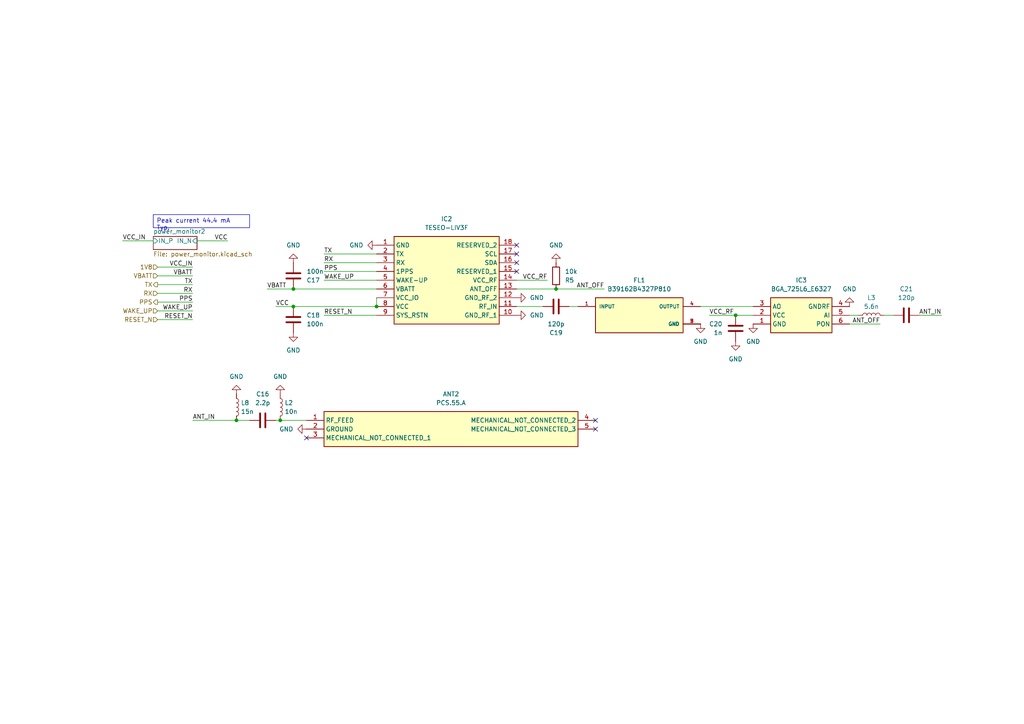
<source format=kicad_sch>
(kicad_sch (version 20231120) (generator "eeschema") (generator_version "8.0")
  (paper "A4")
  (title_block (title "Open Running Watch") (date "2024-04-12") (rev "0.1.0") (company "github.com/fuad1502/open-running-watch-hw"))
  (lib_symbols
    (symbol "B39162B4327P810:B39162B4327P810" (pin_names (offset 1.016))
      (property "Reference" "FL" (at -12.7 5.588 0))
      (property "Value" "B39162B4327P810" (at -12.7 -7.62 0))
      (symbol "B39162B4327P810_0_0"
        (rectangle (start -12.7 -5.08) (end 12.7 5.08) (stroke (width 0.254)) (fill (type background)))
        (pin input line (at -17.78 2.54 0) (length 5.08) (name "INPUT") (number "1"))
        (pin power_in line (at 17.78 -2.54 180) (length 5.08) (name "GND") (number "2"))
        (pin power_in line (at 17.78 -2.54 180) (length 5.08) (name "GND") (number "3"))
        (pin output line (at 17.78 2.54 180) (length 5.08) (name "OUTPUT") (number "4"))
        (pin power_in line (at 17.78 -2.54 180) (length 5.08) (name "GND") (number "5"))
      )
    )
    (symbol "BGA_725L6:BGA_725L6_E6327"
      (property "Reference" "IC" (at 24.13 7.62 0))
      (property "Value" "BGA_725L6_E6327" (at 24.13 5.08 0))
      (symbol "BGA_725L6_E6327_1_1"
        (rectangle (start 5.08 2.54) (end 22.86 -7.62) (stroke (width 0.254)) (fill (type background)))
        (pin passive line (at 27.94 -5.08 180) (length 5.08) (name "GND") (number "1"))
        (pin passive line (at 27.94 -2.54 180) (length 5.08) (name "VCC") (number "2"))
        (pin passive line (at 27.94 0 180) (length 5.08) (name "AO") (number "3"))
        (pin passive line (at 0 0 0) (length 5.08) (name "GNDRF") (number "4"))
        (pin passive line (at 0 -2.54 0) (length 5.08) (name "AI") (number "5"))
        (pin passive line (at 0 -5.08 0) (length 5.08) (name "PON") (number "6"))
      )
    )
    (symbol "Device:C" (pin_numbers hide) (pin_names (offset 0.254))
      (property "Reference" "C" (at 0.635 2.54 0))
      (property "Value" "C" (at 0.635 -2.54 0))
      (symbol "C_0_1"
        (polyline (pts (xy -2.032 -0.762) (xy 2.032 -0.762)) (stroke (width 0.508)))
        (polyline (pts (xy -2.032 0.762) (xy 2.032 0.762)) (stroke (width 0.508)))
      )
      (symbol "C_1_1"
        (pin passive line (at 0 3.81 270) (length 2.794) (name "~") (number "1"))
        (pin passive line (at 0 -3.81 90) (length 2.794) (name "~") (number "2"))
      )
    )
    (symbol "Device:L" (pin_numbers hide) (pin_names (offset 1.016) hide)
      (property "Reference" "L" (at -1.27 0 90))
      (property "Value" "L" (at 1.905 0 90))
      (symbol "L_0_1"
        (arc (start 0 -2.54) (mid 0.6323 -1.905) (end 0 -1.27))
        (arc (start 0 -1.27) (mid 0.6323 -0.635) (end 0 0))
        (arc (start 0 0) (mid 0.6323 0.635) (end 0 1.27))
        (arc (start 0 1.27) (mid 0.6323 1.905) (end 0 2.54))
      )
      (symbol "L_1_1"
        (pin passive line (at 0 3.81 270) (length 1.27) (name "1") (number "1"))
        (pin passive line (at 0 -3.81 90) (length 1.27) (name "2") (number "2"))
      )
    )
    (symbol "Device:R" (pin_numbers hide) (pin_names (offset 0))
      (property "Reference" "R" (at 2.032 0 90))
      (property "Value" "R" (at 0 0 90))
      (symbol "R_0_1"
        (rectangle (start -1.016 -2.54) (end 1.016 2.54) (stroke (width 0.254)))
      )
      (symbol "R_1_1"
        (pin passive line (at 0 3.81 270) (length 1.27) (name "~") (number "1"))
        (pin passive line (at 0 -3.81 90) (length 1.27) (name "~") (number "2"))
      )
    )
    (symbol "PCS.55.A:PCS.55.A"
      (property "Reference" "ANT" (at 80.01 7.62 0))
      (property "Value" "PCS.55.A" (at 80.01 5.08 0))
      (symbol "PCS.55.A_1_1"
        (rectangle (start 5.08 2.54) (end 78.74 -7.62) (stroke (width 0.254)) (fill (type background)))
        (pin passive line (at 0 0 0) (length 5.08) (name "RF_FEED") (number "1"))
        (pin passive line (at 0 -2.54 0) (length 5.08) (name "GROUND") (number "2"))
        (pin passive line (at 0 -5.08 0) (length 5.08) (name "MECHANICAL_NOT_CONNECTED_1") (number "3"))
        (pin passive line (at 83.82 0 180) (length 5.08) (name "MECHANICAL_NOT_CONNECTED_2") (number "4"))
        (pin passive line (at 83.82 -2.54 180) (length 5.08) (name "MECHANICAL_NOT_CONNECTED_3") (number "5"))
      )
    )
    (symbol "TESEO-LIV3:TESEO-LIV3F"
      (property "Reference" "IC" (at 36.83 7.62 0))
      (property "Value" "TESEO-LIV3F" (at 36.83 5.08 0))
      (symbol "TESEO-LIV3F_1_1"
        (rectangle (start 5.08 2.54) (end 35.56 -22.86) (stroke (width 0.254)) (fill (type background)))
        (pin passive line (at 0 0 0) (length 5.08) (name "GND") (number "1"))
        (pin passive line (at 40.64 -20.32 180) (length 5.08) (name "GND_RF_1") (number "10"))
        (pin passive line (at 40.64 -17.78 180) (length 5.08) (name "RF_IN") (number "11"))
        (pin passive line (at 40.64 -15.24 180) (length 5.08) (name "GND_RF_2") (number "12"))
        (pin passive line (at 40.64 -12.7 180) (length 5.08) (name "ANT_OFF") (number "13"))
        (pin passive line (at 40.64 -10.16 180) (length 5.08) (name "VCC_RF") (number "14"))
        (pin passive line (at 40.64 -7.62 180) (length 5.08) (name "RESERVED_1") (number "15"))
        (pin passive line (at 40.64 -5.08 180) (length 5.08) (name "SDA") (number "16"))
        (pin passive line (at 40.64 -2.54 180) (length 5.08) (name "SCL") (number "17"))
        (pin passive line (at 40.64 0 180) (length 5.08) (name "RESERVED_2") (number "18"))
        (pin passive line (at 0 -2.54 0) (length 5.08) (name "TX") (number "2"))
        (pin passive line (at 0 -5.08 0) (length 5.08) (name "RX") (number "3"))
        (pin passive line (at 0 -7.62 0) (length 5.08) (name "1PPS") (number "4"))
        (pin passive line (at 0 -10.16 0) (length 5.08) (name "WAKE-UP") (number "5"))
        (pin passive line (at 0 -12.7 0) (length 5.08) (name "VBATT") (number "6"))
        (pin passive line (at 0 -15.24 0) (length 5.08) (name "VCC_IO") (number "7"))
        (pin passive line (at 0 -17.78 0) (length 5.08) (name "VCC") (number "8"))
        (pin passive line (at 0 -20.32 0) (length 5.08) (name "SYS_RSTN") (number "9"))
      )
    )
    (symbol "power:GND" (power) (pin_numbers hide) (pin_names (offset 0) hide)
      (property "Value" "GND" (at 0 -3.81 0))
      (symbol "GND_0_1"
        (polyline (pts (xy 0 0) (xy 0 -1.27) (xy 1.27 -1.27) (xy 0 -2.54) (xy -1.27 -1.27) (xy 0 -1.27)))
      )
      (symbol "GND_1_1"
        (pin power_in line (at 0 0 270) (length 0) (name "~") (number "1"))
      )
    )
  )
  (junction (at 213.36 91.44))
  (junction (at 85.09 83.82))
  (junction (at 85.09 88.9))
  (junction (at 161.29 83.82))
  (junction (at 81.28 121.92))
  (junction (at 109.22 88.9))
  (junction (at 68.58 121.92))
  (no_connect (at 88.9 127))
  (no_connect (at 149.86 76.2))
  (no_connect (at 149.86 73.66))
  (no_connect (at 149.86 71.12))
  (no_connect (at 172.72 124.46))
  (no_connect (at 149.86 78.74))
  (no_connect (at 172.72 121.92))
  (wire (pts (xy 93.98 76.2) (xy 109.22 76.2)))
  (wire (pts (xy 93.98 81.28) (xy 109.22 81.28)))
  (wire (pts (xy 85.09 88.9) (xy 109.22 88.9)))
  (wire (pts (xy 85.09 83.82) (xy 109.22 83.82)))
  (wire (pts (xy 45.72 85.09) (xy 55.88 85.09)))
  (wire (pts (xy 81.28 121.92) (xy 80.01 121.92)))
  (wire (pts (xy 57.15 69.85) (xy 66.04 69.85)))
  (wire (pts (xy 246.38 93.98) (xy 255.27 93.98)))
  (wire (pts (xy 45.72 77.47) (xy 55.88 77.47)))
  (wire (pts (xy 55.88 121.92) (xy 68.58 121.92)))
  (wire (pts (xy 266.7 91.44) (xy 273.05 91.44)))
  (wire (pts (xy 149.86 81.28) (xy 158.75 81.28)))
  (wire (pts (xy 205.74 91.44) (xy 213.36 91.44)))
  (wire (pts (xy 149.86 88.9) (xy 157.48 88.9)))
  (wire (pts (xy 165.1 88.9) (xy 167.64 88.9)))
  (wire (pts (xy 149.86 83.82) (xy 161.29 83.82)))
  (wire (pts (xy 35.56 69.85) (xy 44.45 69.85)))
  (wire (pts (xy 81.28 121.92) (xy 88.9 121.92)))
  (wire (pts (xy 161.29 83.82) (xy 175.26 83.82)))
  (wire (pts (xy 45.72 87.63) (xy 55.88 87.63)))
  (wire (pts (xy 68.58 121.92) (xy 72.39 121.92)))
  (wire (pts (xy 109.22 86.36) (xy 109.22 88.9)))
  (wire (pts (xy 45.72 92.71) (xy 55.88 92.71)))
  (wire (pts (xy 45.72 82.55) (xy 55.88 82.55)))
  (wire (pts (xy 80.01 88.9) (xy 85.09 88.9)))
  (wire (pts (xy 246.38 91.44) (xy 248.92 91.44)))
  (wire (pts (xy 213.36 91.44) (xy 218.44 91.44)))
  (wire (pts (xy 259.08 91.44) (xy 256.54 91.44)))
  (wire (pts (xy 45.72 90.17) (xy 55.88 90.17)))
  (wire (pts (xy 93.98 91.44) (xy 109.22 91.44)))
  (wire (pts (xy 45.72 80.01) (xy 55.88 80.01)))
  (wire (pts (xy 77.47 83.82) (xy 85.09 83.82)))
  (wire (pts (xy 203.2 88.9) (xy 218.44 88.9)))
  (wire (pts (xy 93.98 78.74) (xy 109.22 78.74)))
  (wire (pts (xy 93.98 73.66) (xy 109.22 73.66)))
  (text_box "Peak current 44.4 mA Typ." (at 44.45 62.23 0) (size 27.94 3.81) (effects (font (size 1.27 1.27)) (justify left top)))
  (label "ANT_OFF" (at 175.26 83.82 180))
  (label "RX" (at 55.88 85.09 180))
  (label "TX" (at 93.98 73.66 0))
  (label "RESET_N" (at 93.98 91.44 0))
  (label "VCC" (at 80.01 88.9 0))
  (label "WAKE_UP" (at 93.98 81.28 0))
  (label "VCC_RF" (at 158.75 81.28 180))
  (label "PPS" (at 55.88 87.63 180))
  (label "ANT_OFF" (at 255.27 93.98 180))
  (label "WAKE_UP" (at 55.88 90.17 180))
  (label "VCC_IN" (at 55.88 77.47 180))
  (label "RX" (at 93.98 76.2 0))
  (label "VCC" (at 66.04 69.85 180))
  (label "VBATT" (at 55.88 80.01 180))
  (label "TX" (at 55.88 82.55 180))
  (label "VCC_RF" (at 205.74 91.44 0))
  (label "ANT_IN" (at 55.88 121.92 0))
  (label "VCC_IN" (at 35.56 69.85 0))
  (label "VBATT" (at 77.47 83.82 0))
  (label "PPS" (at 93.98 78.74 0))
  (label "ANT_IN" (at 273.05 91.44 180))
  (label "RESET_N" (at 55.88 92.71 180))
  (hierarchical_label "VBATT" (shape input) (at 45.72 80.01 180))
  (hierarchical_label "RESET_N" (shape input) (at 45.72 92.71 180))
  (hierarchical_label "TX" (shape output) (at 45.72 82.55 180))
  (hierarchical_label "RX" (shape input) (at 45.72 85.09 180))
  (hierarchical_label "WAKE_UP" (shape input) (at 45.72 90.17 180))
  (hierarchical_label "1V8" (shape input) (at 45.72 77.47 180))
  (hierarchical_label "PPS" (shape output) (at 45.72 87.63 180))
  (symbol (lib_id "power:GND") (at 81.28 114.3 180) (unit 1)
    (property "Reference" "#PWR027" (effects (hide yes)))
    (property "Value" "GND" (at 81.28 109.22 0))
    (property "Description" "Power symbol creates a global label with name \"GND\" , ground" (effects (hide yes)))
  )
  (symbol (lib_id "B39162B4327P810:B39162B4327P810") (at 185.42 91.44 0) (unit 1)
    (property "Reference" "FL1" (at 185.42 81.28 0))
    (property "Value" "B39162B4327P810" (at 185.42 83.82 0))
    (property "Footprint" "B39162B4327P810:FIL_B39162B4327P810" (effects (hide yes)))
    (property "Manufacturer_Part_Number" "B39162B4327P810" (effects (hide yes)))
    (property "MF" "Qualcomm (RF360" (effects (hide yes)))
    (property "MAXIMUM_PACKAGE_HEIGHT" "0.45mm" (effects (hide yes)))
    (property "Package" "SMD-5 Qualcomm (RF360" (effects (hide yes)))
    (property "Price" "None" (effects (hide yes)))
    (property "Check_prices" "https://www.snapeda.com/parts/B39162B4327P810/Qualcomm+%2528RF360+-+A+Qualcomm+%2526+TDK+Joint+Venture%2529/view-part/?ref=eda" (effects (hide yes)))
    (property "STANDARD" "Manufacturer Recommendations" (effects (hide yes)))
    (property "PARTREV" "October 25, 2019" (effects (hide yes)))
    (property "SnapEDA_Link" "https://www.snapeda.com/parts/B39162B4327P810/Qualcomm+%2528RF360+-+A+Qualcomm+%2526+TDK+Joint+Venture%2529/view-part/?ref=snap" (effects (hide yes)))
    (property "MP" "B39162B4327P810" (effects (hide yes)))
    (property "Description_1" "\nFrequency RF SAW Filter (Surface Acoustic Wave) Bandwidth 5-SMD, No Lead\n" (effects (hide yes)))
    (property "Availability" "In Stock" (effects (hide yes)))
    (property "MANUFACTURER" "Qualcomm" (effects (hide yes)))
  )
  (symbol (lib_id "power:GND") (at 218.44 93.98 0) (mirror y) (unit 1)
    (property "Reference" "#PWR036" (effects (hide yes)))
    (property "Value" "GND" (at 218.44 99.06 0))
    (property "Description" "Power symbol creates a global label with name \"GND\" , ground" (effects (hide yes)))
  )
  (symbol (lib_id "power:GND") (at 85.09 96.52 0) (unit 1)
    (property "Reference" "#PWR029" (effects (hide yes)))
    (property "Value" "GND" (at 85.09 101.6 0))
    (property "Description" "Power symbol creates a global label with name \"GND\" , ground" (effects (hide yes)))
  )
  (symbol (lib_id "power:GND") (at 149.86 86.36 90) (unit 1)
    (property "Reference" "#PWR032" (effects (hide yes)))
    (property "Value" "GND" (at 153.67 86.3599 90) (effects (justify right)))
    (property "Description" "Power symbol creates a global label with name \"GND\" , ground" (effects (hide yes)))
  )
  (symbol (lib_id "Device:C") (at 85.09 92.71 0) (unit 1)
    (property "Reference" "C18" (at 88.9 91.4399 0) (effects (justify left)))
    (property "Value" "100n" (at 88.9 93.9799 0) (effects (justify left)))
    (property "Footprint" "Capacitor_SMD:C_0402_1005Metric" (effects (hide yes)))
    (property "Description" "Unpolarized capacitor" (effects (hide yes)))
    (property "Manufacturer_Part_Number" "GRM155R71A104MA01D " (effects (hide yes)))
  )
  (symbol (lib_id "power:GND") (at 85.09 76.2 180) (unit 1)
    (property "Reference" "#PWR028" (effects (hide yes)))
    (property "Value" "GND" (at 85.09 71.12 0))
    (property "Description" "Power symbol creates a global label with name \"GND\" , ground" (effects (hide yes)))
  )
  (symbol (lib_id "Device:L") (at 81.28 118.11 0) (unit 1)
    (property "Reference" "L2" (at 82.55 116.8399 0) (effects (justify left)))
    (property "Value" "10n" (at 82.55 119.3799 0) (effects (justify left)))
    (property "Footprint" "Inductor_SMD:L_0402_1005Metric" (effects (hide yes)))
    (property "Description" "Inductor" (effects (hide yes)))
    (property "Manufacturer_Part_Number" "LQG15HS10NH02D" (effects (hide yes)))
  )
  (symbol (lib_id "Device:C") (at 161.29 88.9 90) (mirror x) (unit 1)
    (property "Reference" "C19" (at 161.29 96.52 90))
    (property "Value" "120p" (at 161.29 93.98 90))
    (property "Footprint" "Capacitor_SMD:C_0402_1005Metric" (effects (hide yes)))
    (property "Description" "Unpolarized capacitor" (effects (hide yes)))
    (property "Manufacturer_Part_Number" "GCM1555C1H121JA16D " (effects (hide yes)))
  )
  (symbol (lib_id "TESEO-LIV3:TESEO-LIV3F") (at 109.22 71.12 0) (unit 1)
    (property "Reference" "IC2" (at 129.54 63.5 0))
    (property "Value" "TESEO-LIV3F" (at 129.54 66.04 0))
    (property "Footprint" "TESEO-LIV3F:SON110P970X1010X230-18N" (effects (hide yes)))
    (property "Datasheet" "https://www.st.com/resource/en/datasheet/teseo-liv3f.pdf" (effects (hide yes)))
    (property "Description" "GPS Modules Tiny GNSS module" (effects (hide yes)))
    (property "Height" "2.3" (effects (hide yes)))
    (property "Mouser Part Number" "511-TESEO-LIV3F" (effects (hide yes)))
    (property "Mouser Price/Stock" "https://www.mouser.co.uk/ProductDetail/STMicroelectronics/TESEO-LIV3F?qs=HXFqYaX1Q2wXp9tn7dEmMw%3D%3D" (effects (hide yes)))
    (property "Manufacturer_Name" "STMicroelectronics" (effects (hide yes)))
    (property "Manufacturer_Part_Number" "TESEO-LIV3F" (effects (hide yes)))
  )
  (symbol (lib_id "power:GND") (at 88.9 124.46 270) (unit 1)
    (property "Reference" "#PWR030" (effects (hide yes)))
    (property "Value" "GND" (at 85.09 124.4599 90) (effects (justify right)))
    (property "Description" "Power symbol creates a global label with name \"GND\" , ground" (effects (hide yes)))
  )
  (symbol (lib_id "Device:R") (at 161.29 80.01 0) (mirror x) (unit 1)
    (property "Reference" "R5" (at 163.83 81.2801 0) (effects (justify left)))
    (property "Value" "10k" (at 163.83 78.7401 0) (effects (justify left)))
    (property "Footprint" "Resistor_SMD:R_0402_1005Metric" (effects (hide yes)))
    (property "Description" "Resistor" (effects (hide yes)))
    (property "Manufacturer_Part_Number" " RC0402JR-0710KP" (effects (hide yes)))
  )
  (symbol (lib_id "power:GND") (at 149.86 91.44 90) (unit 1)
    (property "Reference" "#PWR033" (effects (hide yes)))
    (property "Value" "GND" (at 153.67 91.4399 90) (effects (justify right)))
    (property "Description" "Power symbol creates a global label with name \"GND\" , ground" (effects (hide yes)))
  )
  (symbol (lib_id "power:GND") (at 161.29 76.2 0) (mirror x) (unit 1)
    (property "Reference" "#PWR034" (effects (hide yes)))
    (property "Value" "GND" (at 161.29 71.12 0))
    (property "Description" "Power symbol creates a global label with name \"GND\" , ground" (effects (hide yes)))
  )
  (symbol (lib_id "Device:L") (at 68.58 118.11 0) (unit 1)
    (property "Reference" "L8" (at 69.85 116.8399 0) (effects (justify left)))
    (property "Value" "15n" (at 69.85 119.3799 0) (effects (justify left)))
    (property "Footprint" "Inductor_SMD:L_0402_1005Metric" (effects (hide yes)))
    (property "Description" "Inductor" (effects (hide yes)))
    (property "Manufacturer_Part_Number" "LQG15HN15NG02D" (effects (hide yes)))
  )
  (symbol (lib_id "power:GND") (at 109.22 71.12 270) (unit 1)
    (property "Reference" "#PWR031" (effects (hide yes)))
    (property "Value" "GND" (at 105.41 71.1199 90) (effects (justify right)))
    (property "Description" "Power symbol creates a global label with name \"GND\" , ground" (effects (hide yes)))
  )
  (symbol (lib_id "BGA_725L6:BGA_725L6_E6327") (at 246.38 88.9 0) (mirror y) (unit 1)
    (property "Reference" "IC3" (at 232.41 81.28 0))
    (property "Value" "BGA_725L6_E6327" (at 232.41 83.82 0))
    (property "Footprint" "BGA_725L6_E6327:BGA725L6E6327" (effects (hide yes)))
    (property "Datasheet" "https://www.infineon.com/dgdl/Infineon-BGA725L6-DS-v02_00-en.pdf?fileId=db3a30433784a0400137ef9a4d341f23" (effects (hide yes)))
    (property "Description" "INFINEON - BGA 725L6 E6327 - RF AMP, 20DB, 1.615GHZ, 3.6V, TSLP-6" (effects (hide yes)))
    (property "Height" "0.4" (effects (hide yes)))
    (property "Mouser Part Number" "726-BGA725L6E6327" (effects (hide yes)))
    (property "Mouser Price/Stock" "https://www.mouser.co.uk/ProductDetail/Infineon-Technologies/BGA-725L6-E6327?qs=l6ZoeTYLMwPIme2fOcdDvg%3D%3D" (effects (hide yes)))
    (property "Manufacturer_Name" "Infineon" (effects (hide yes)))
    (property "Manufacturer_Part_Number" "BGA 725L6 E6327" (effects (hide yes)))
  )
  (symbol (lib_id "Device:C") (at 85.09 80.01 0) (mirror x) (unit 1)
    (property "Reference" "C17" (at 88.9 81.2801 0) (effects (justify left)))
    (property "Value" "100n" (at 88.9 78.7401 0) (effects (justify left)))
    (property "Footprint" "Capacitor_SMD:C_0402_1005Metric" (effects (hide yes)))
    (property "Description" "Unpolarized capacitor" (effects (hide yes)))
    (property "Manufacturer_Part_Number" "GRM155R71A104MA01D " (effects (hide yes)))
  )
  (symbol (lib_id "Device:L") (at 252.73 91.44 90) (unit 1)
    (property "Reference" "L3" (at 252.73 86.36 90))
    (property "Value" "5.6n" (at 252.73 88.9 90))
    (property "Footprint" "Inductor_SMD:L_0402_1005Metric" (effects (hide yes)))
    (property "Description" "Inductor" (effects (hide yes)))
    (property "Manufacturer_Part_Number" "LQW15AN5N6G80D " (effects (hide yes)))
  )
  (symbol (lib_id "Device:C") (at 213.36 95.25 0) (mirror y) (unit 1)
    (property "Reference" "C20" (at 209.55 93.9799 0) (effects (justify left)))
    (property "Value" "1n" (at 209.55 96.5199 0) (effects (justify left)))
    (property "Footprint" "Capacitor_SMD:C_0402_1005Metric" (effects (hide yes)))
    (property "Description" "Unpolarized capacitor" (effects (hide yes)))
    (property "Manufacturer_Part_Number" "GCM155R71H102KA37D" (effects (hide yes)))
  )
  (symbol (lib_id "Device:C") (at 262.89 91.44 90) (unit 1)
    (property "Reference" "C21" (at 262.89 83.82 90))
    (property "Value" "120p" (at 262.89 86.36 90))
    (property "Footprint" "Capacitor_SMD:C_0402_1005Metric" (effects (hide yes)))
    (property "Description" "Unpolarized capacitor" (effects (hide yes)))
    (property "Manufacturer_Part_Number" "GCM1555C1H121JA16D " (effects (hide yes)))
  )
  (symbol (lib_id "power:GND") (at 246.38 88.9 0) (mirror x) (unit 1)
    (property "Reference" "#PWR037" (effects (hide yes)))
    (property "Value" "GND" (at 246.38 83.82 0))
    (property "Description" "Power symbol creates a global label with name \"GND\" , ground" (effects (hide yes)))
  )
  (symbol (lib_id "power:GND") (at 213.36 99.06 0) (unit 1)
    (property "Reference" "#PWR035" (effects (hide yes)))
    (property "Value" "GND" (at 213.36 104.14 0))
    (property "Description" "Power symbol creates a global label with name \"GND\" , ground" (effects (hide yes)))
  )
  (symbol (lib_id "power:GND") (at 203.2 93.98 0) (mirror y) (unit 1)
    (property "Reference" "#PWR0157" (effects (hide yes)))
    (property "Value" "GND" (at 203.2 99.06 0))
    (property "Description" "Power symbol creates a global label with name \"GND\" , ground" (effects (hide yes)))
  )
  (symbol (lib_id "power:GND") (at 68.58 114.3 180) (unit 1)
    (property "Reference" "#PWR026" (effects (hide yes)))
    (property "Value" "GND" (at 68.58 109.22 0))
    (property "Description" "Power symbol creates a global label with name \"GND\" , ground" (effects (hide yes)))
  )
  (symbol (lib_id "PCS.55.A:PCS.55.A") (at 88.9 121.92 0) (unit 1)
    (property "Reference" "ANT2" (at 130.81 114.3 0))
    (property "Value" "PCS.55.A" (at 130.81 116.84 0))
    (property "Footprint" "PCS.55.A:PCS55A" (effects (hide yes)))
    (property "Datasheet" "https://www.taoglas.com/datasheets/PCS.55.A.pdf" (effects (hide yes)))
    (property "Description" "Small OTS LTE Antenna 600-3000 MHz, GPS / GLONASS / Galileo / BeiDou (1561-1602MHz), Dimensions: 27*10*1.6mm" (effects (hide yes)))
    (property "Height" "1.6" (effects (hide yes)))
    (property "Mouser Part Number" "960-PCS.55.A" (effects (hide yes)))
    (property "Mouser Price/Stock" "https://www.mouser.co.uk/ProductDetail/Taoglas/PCS.55.A?qs=Imq1NPwxi74PnhvwBDXi4A%3D%3D" (effects (hide yes)))
    (property "Manufacturer_Name" "Taoglas" (effects (hide yes)))
    (property "Manufacturer_Part_Number" "PCS.55.A" (effects (hide yes)))
  )
  (symbol (lib_id "Device:C") (at 76.2 121.92 270) (unit 1)
    (property "Reference" "C16" (at 76.2 114.3 90))
    (property "Value" "2.2p" (at 76.2 116.84 90))
    (property "Footprint" "Capacitor_SMD:C_0402_1005Metric" (effects (hide yes)))
    (property "Description" "Unpolarized capacitor" (effects (hide yes)))
    (property "Manufacturer_Part_Number" "GRM1555C1H2R2CA01D" (effects (hide yes)))
  )
  (sheet (at 44.45 68.58) (size 12.7 3.81) (stroke (width 0.1524))
    (property "Sheetname" "power_monitor2" (at 44.45 67.8684 0) (effects (justify left bottom)))
    (property "Sheetfile" "power_monitor.kicad_sch" (at 44.45 72.9746 0) (effects (justify left top)))
    (pin "IN_P" input (at 44.45 69.85 180))
    (pin "IN_N" input (at 57.15 69.85 0))
  )
)
</source>
